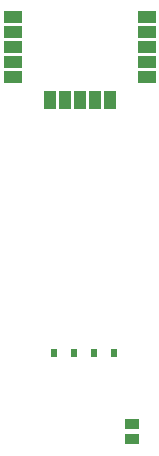
<source format=gbp>
G04 #@! TF.GenerationSoftware,KiCad,Pcbnew,(2017-11-08 revision cd21218)-HEAD*
G04 #@! TF.CreationDate,2018-05-28T17:08:36+03:00*
G04 #@! TF.ProjectId,livolo_1_channel_1way_eu_switch,6C69766F6C6F5F315F6368616E6E656C,rev?*
G04 #@! TF.SameCoordinates,Original*
G04 #@! TF.FileFunction,Paste,Bot*
G04 #@! TF.FilePolarity,Positive*
%FSLAX46Y46*%
G04 Gerber Fmt 4.6, Leading zero omitted, Abs format (unit mm)*
G04 Created by KiCad (PCBNEW (2017-11-08 revision cd21218)-HEAD) date Mon May 28 17:08:36 2018*
%MOMM*%
%LPD*%
G01*
G04 APERTURE LIST*
%ADD10R,0.600000X0.800000*%
%ADD11R,1.270000X0.970000*%
%ADD12R,1.500000X1.000000*%
%ADD13R,1.000000X1.500000*%
G04 APERTURE END LIST*
D10*
X143400000Y-102050000D03*
X145100000Y-102050000D03*
X140050000Y-102050000D03*
X141750000Y-102050000D03*
D11*
X146600000Y-109340000D03*
X146600000Y-108060000D03*
D12*
X136520000Y-78630000D03*
X136520000Y-77360000D03*
X136520000Y-76090000D03*
X136520000Y-74820000D03*
X136520000Y-73550000D03*
D13*
X144720000Y-80570000D03*
X143450000Y-80570000D03*
X142180000Y-80570000D03*
X140910000Y-80570000D03*
X139640000Y-80570000D03*
D12*
X147860000Y-73550000D03*
X147860000Y-74820000D03*
X147860000Y-76090000D03*
X147860000Y-77360000D03*
X147860000Y-78630000D03*
M02*

</source>
